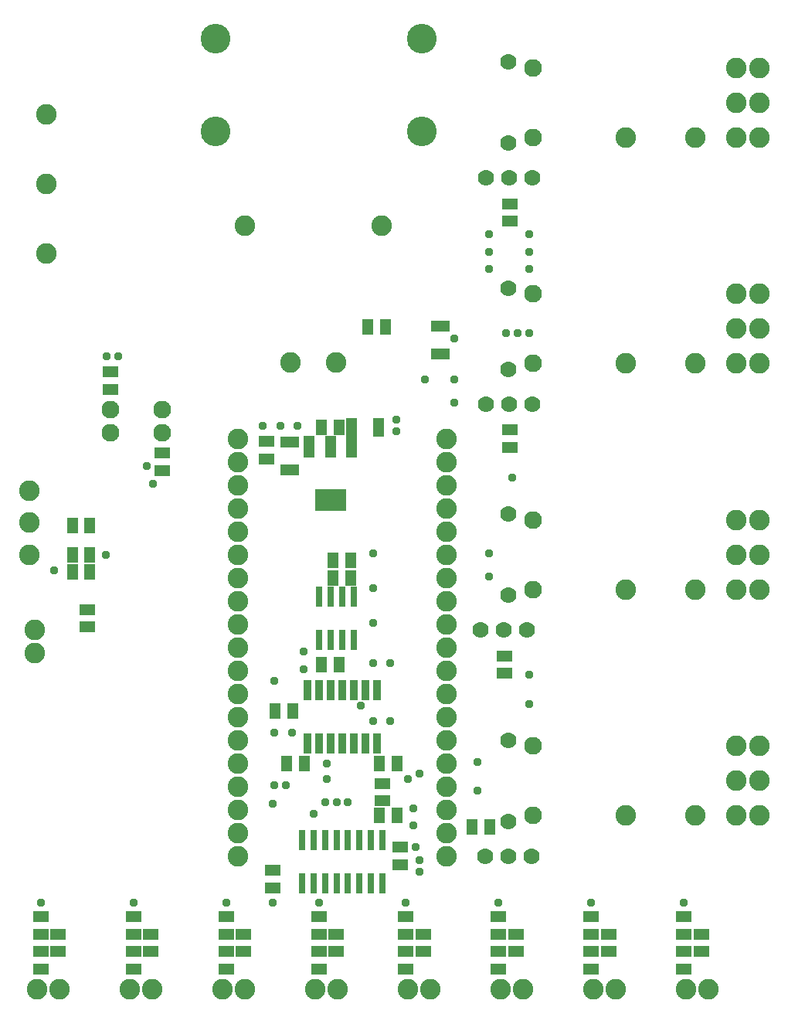
<source format=gbr>
G04 GENERATED BY PULSONIX 12.5 GERBER.DLL 9449*
G04 #@! TF.GenerationSoftware,Pulsonix,Pulsonix,12.5.9449*
G04 #@! TF.CreationDate,2025-07-29T07:21:01--1:00*
G04 #@! TF.Part,Single*
%FSLAX35Y35*%
%LPD*%
%MOMM*%
G04 #@! TF.FileFunction,Soldermask,Bot*
G04 #@! TF.FilePolarity,Negative*
G04 #@! TA.AperFunction,ViaPad*
%ADD113C,0.95400*%
G04 #@! TA.AperFunction,ComponentPad*
%ADD114C,2.25400*%
%ADD115C,1.95400*%
G04 #@! TA.AperFunction,SMDPad,CuDef*
%ADD116R,1.65400X1.15400*%
%ADD117R,1.20400X2.40400*%
%ADD118R,3.50400X2.40400*%
%ADD119R,1.25400X2.05400*%
%ADD120R,1.15400X1.65400*%
%ADD121R,2.05400X1.25400*%
%ADD122R,0.80400X2.20400*%
%ADD123R,0.85400X2.25400*%
G04 #@! TA.AperFunction,ComponentPad*
%ADD124C,1.77800*%
%ADD125C,3.25400*%
G04 #@! TD.AperFunction*
X0Y0D02*
D02*
D113*
X4385000Y4770000D03*
X4533500Y8407000D03*
X5099375Y8580000D03*
X5105000Y10756500D03*
X5232000D03*
X5401000Y4770000D03*
X5549500Y9550000D03*
X5613000Y9359500D03*
X6417000Y4770000D03*
X6819500Y9994500D03*
X6925000Y4770000D03*
Y5849500D03*
X6946500Y6057500D03*
Y6629000D03*
Y7200500D03*
X7010000Y9994500D03*
X7073500Y6057500D03*
X7137000Y6629000D03*
X7200500Y9994500D03*
X7264000Y7327500D03*
Y7518000D03*
X7373500Y5738375D03*
X7433000Y4770000D03*
X7500500Y5867000D03*
X7518000Y6121000D03*
Y6294000D03*
X7627500Y5867000D03*
X7746500D03*
X7893375Y6929000D03*
X8026000Y6756000D03*
Y7391000D03*
Y7835500D03*
Y8216500D03*
Y8597500D03*
X8216500Y6756000D03*
Y7391000D03*
X8280000Y9931000D03*
Y10058000D03*
X8385500Y4770000D03*
X8407000Y6121000D03*
X8470500Y5613000D03*
Y5803500D03*
X8496625Y5373250D03*
X8534000Y5105000D03*
Y5232000D03*
Y6184500D03*
X8597500Y10502500D03*
X8915000Y10248500D03*
Y10502500D03*
Y10947000D03*
X9169000Y5994000D03*
Y6311500D03*
X9296000Y8343500D03*
Y8597500D03*
Y11709000D03*
Y11899500D03*
Y12090000D03*
X9401500Y4770000D03*
X9486500Y11010500D03*
X9550000Y9423000D03*
X9613500Y11010500D03*
X9740500Y6946500D03*
Y7264000D03*
Y11010500D03*
Y11709000D03*
Y11899500D03*
Y12090000D03*
X10417500Y4770000D03*
X11433500D03*
D02*
D114*
X4258000Y8580000D03*
Y8930000D03*
Y9280000D03*
X4321500Y7504500D03*
Y7754500D03*
X4343000Y3817500D03*
X4448500Y11882000D03*
Y12644000D03*
Y13406000D03*
X4593000Y3817500D03*
X5359000D03*
X5609000D03*
X6375000D03*
X6544000Y5278000D03*
Y5532000D03*
Y5786000D03*
Y6040000D03*
Y6294000D03*
Y6548000D03*
Y6802000D03*
Y7056000D03*
Y7310000D03*
Y7564000D03*
Y7818000D03*
Y8072000D03*
Y8326000D03*
Y8580000D03*
Y8834000D03*
Y9088000D03*
Y9342000D03*
Y9596000D03*
Y9850000D03*
X6619500Y12187500D03*
X6625000Y3817500D03*
X7119500Y10687500D03*
X7391000Y3817500D03*
X7619500Y10687500D03*
X7641000Y3817500D03*
X8119500Y12187500D03*
X8407000Y3817500D03*
X8657000D03*
X8830000Y5278000D03*
Y5532000D03*
Y5786000D03*
Y6040000D03*
Y6294000D03*
Y6548000D03*
Y6802000D03*
Y7056000D03*
Y7310000D03*
Y7564000D03*
Y7818000D03*
Y8072000D03*
Y8326000D03*
Y8580000D03*
Y8834000D03*
Y9088000D03*
Y9342000D03*
Y9596000D03*
Y9850000D03*
X9423000Y3817500D03*
X9673000D03*
X10439000D03*
X10689000D03*
X10798500Y5722500D03*
Y8199000D03*
Y10675500D03*
Y13152000D03*
X11455000Y3817500D03*
X11560500Y5722500D03*
Y8199000D03*
Y10675500D03*
Y13152000D03*
X11705000Y3817500D03*
X12005000Y5722500D03*
Y6103500D03*
Y6484500D03*
Y8199000D03*
Y8580000D03*
Y8961000D03*
Y10675500D03*
Y11056500D03*
Y11437500D03*
Y13152000D03*
Y13533000D03*
Y13914000D03*
X12259000Y5722500D03*
Y6103500D03*
Y6484500D03*
Y8199000D03*
Y8580000D03*
Y8961000D03*
Y10675500D03*
Y11056500D03*
Y11437500D03*
Y13152000D03*
Y13533000D03*
Y13914000D03*
D02*
D115*
X5147000Y9913500D03*
Y10167500D03*
X5718500Y9913500D03*
Y10167500D03*
X9782500Y5722500D03*
Y6484500D03*
Y8199000D03*
Y8961000D03*
Y10675500D03*
Y11437500D03*
Y13152000D03*
Y13914000D03*
D02*
D116*
X4385000Y4039750D03*
Y4230250D03*
Y4420750D03*
Y4611250D03*
X4575500Y4230250D03*
Y4420750D03*
X4893000Y7786250D03*
Y7976750D03*
X5147000Y10389750D03*
Y10580250D03*
X5401000Y4039750D03*
Y4230250D03*
Y4420750D03*
Y4611250D03*
X5591500Y4230250D03*
Y4420750D03*
X5718500Y9500750D03*
Y9691250D03*
X6417000Y4039750D03*
Y4230250D03*
Y4420750D03*
Y4611250D03*
X6607500Y4230250D03*
Y4420750D03*
X6861500Y9627750D03*
Y9818250D03*
X6925000Y4928750D03*
Y5119250D03*
X7433000Y4039750D03*
Y4230250D03*
Y4420750D03*
Y4611250D03*
X7623500Y4230250D03*
Y4420750D03*
X8131500Y5881250D03*
Y6071750D03*
X8322000Y5182750D03*
Y5373250D03*
X8385500Y4039750D03*
Y4230250D03*
Y4420750D03*
Y4611250D03*
X8576000Y4230250D03*
Y4420750D03*
X9401500Y4039750D03*
Y4230250D03*
Y4420750D03*
Y4611250D03*
X9465000Y7278250D03*
Y7468750D03*
X9528500Y9754750D03*
Y9945250D03*
Y12231250D03*
Y12421750D03*
X9592000Y4230250D03*
Y4420750D03*
X10417500Y4039750D03*
Y4230250D03*
Y4420750D03*
Y4611250D03*
X10608000Y4230250D03*
Y4420750D03*
X11433500Y4039750D03*
Y4230250D03*
Y4420750D03*
Y4611250D03*
X11624000Y4230250D03*
Y4420750D03*
D02*
D117*
X7330000Y9759000D03*
X7560000D03*
X7790000D03*
D02*
D118*
X7560000Y9179000D03*
D02*
D119*
X7791000Y9977000D03*
X8091000D03*
D02*
D120*
X4734250Y8389500D03*
Y8580000D03*
Y8897500D03*
X4924750Y8389500D03*
Y8580000D03*
Y8897500D03*
X6956750Y6865500D03*
X7083750Y6294000D03*
X7147250Y6865500D03*
X7274250Y6294000D03*
X7464750Y7373500D03*
Y9977000D03*
X7591750Y8326000D03*
Y8516500D03*
X7655250Y7373500D03*
Y9977000D03*
X7782250Y8326000D03*
Y8516500D03*
X7972750Y11072375D03*
X8099750Y5722500D03*
Y6294000D03*
X8163250Y11072375D03*
X8290250Y5722500D03*
Y6294000D03*
X9115750Y5595500D03*
X9306250D03*
D02*
D121*
X7115500Y9509500D03*
Y9809500D03*
X8766500Y10779500D03*
Y11079500D03*
D02*
D122*
X7246500Y4978280D03*
Y5450720D03*
X7373500Y4978280D03*
Y5450720D03*
X7433000Y7645280D03*
Y8117720D03*
X7500500Y4978280D03*
Y5450720D03*
X7560000Y7645280D03*
Y8117720D03*
X7627500Y4978280D03*
Y5450720D03*
X7687000Y7645280D03*
Y8117720D03*
X7746500Y4978280D03*
Y5450720D03*
X7814000Y7645280D03*
Y8117720D03*
X7873500Y4978280D03*
Y5450720D03*
X8000500Y4978280D03*
Y5450720D03*
X8127500Y4978280D03*
Y5450720D03*
D02*
D123*
X7306000Y6509500D03*
Y7094500D03*
X7433000Y6509500D03*
Y7094500D03*
X7560000Y6509500D03*
Y7094500D03*
X7687000Y6509500D03*
Y7094500D03*
X7814000Y6509500D03*
Y7094500D03*
X7941000Y6509500D03*
Y7094500D03*
X8068000Y6509500D03*
Y7094500D03*
D02*
D124*
X9205375Y7754500D03*
X9253000Y5278000D03*
X9268875Y10231000D03*
Y12707500D03*
X9459375Y7754500D03*
X9507000Y5278000D03*
Y5659000D03*
Y6548000D03*
Y8135500D03*
Y9024500D03*
Y10612000D03*
Y11501000D03*
Y13088500D03*
Y13977500D03*
X9522875Y10231000D03*
Y12707500D03*
X9713375Y7754500D03*
X9761000Y5278000D03*
X9776875Y10231000D03*
Y12707500D03*
D02*
D125*
X6303000Y13215500D03*
Y14231500D03*
X8563000Y13215500D03*
Y14231500D03*
X0Y0D02*
M02*

</source>
